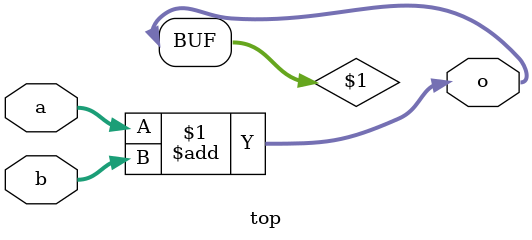
<source format=v>
/* Generated by Amaranth Yosys 0.25 (PyPI ver 0.25.0.0.post77, git sha1 e02b7f64b) */

(* \amaranth.hierarchy  = "top" *)
(* top =  1  *)
(* generator = "Amaranth" *)
module top(b, o, a);
  (* src = "/home/simuse/Desktop/Amaranth/test/adder.py:27" *)
  wire [8:0] \$1 ;
  (* src = "/home/simuse/Desktop/Amaranth/test/adder.py:21" *)
  input [7:0] a;
  wire [7:0] a;
  (* src = "/home/simuse/Desktop/Amaranth/test/adder.py:22" *)
  input [7:0] b;
  wire [7:0] b;
  (* src = "/home/simuse/Desktop/Amaranth/test/adder.py:23" *)
  output [8:0] o;
  wire [8:0] o;
  assign \$1  = a + (* src = "/home/simuse/Desktop/Amaranth/test/adder.py:27" *) b;
  assign o = \$1 ;
endmodule

</source>
